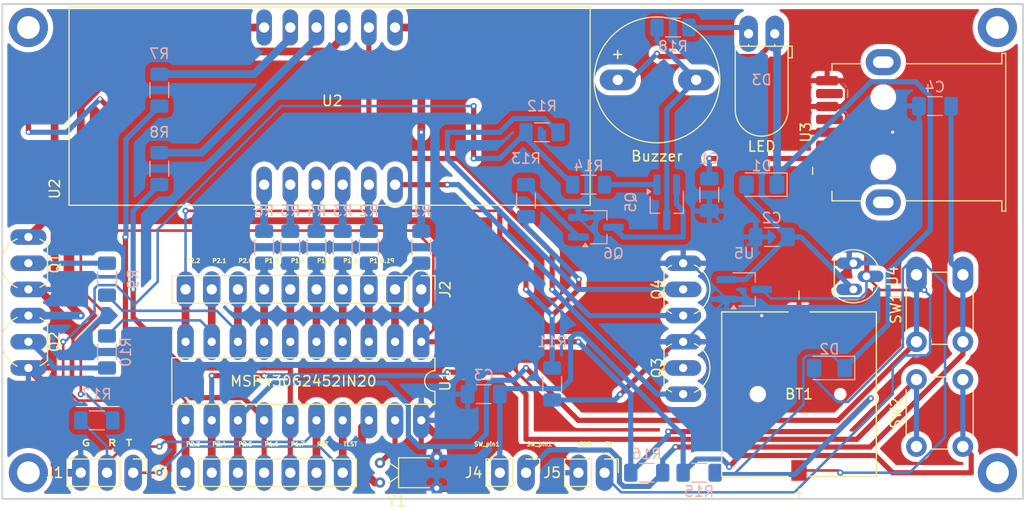
<source format=kicad_pcb>
(kicad_pcb (version 20240108) (generator "pcbnew") (generator_version "8.0")
  (layers (0 "F.Cu" signal) (31 "B.Cu" signal) (34 "B.Paste" user) (35 "F.Paste" user) (36 "B.SilkS" user "B.Silkscreen") (37 "F.SilkS" user "F.Silkscreen") (38 "B.Mask" user) (39 "F.Mask" user) (44 "Edge.Cuts" user))
  (net 0 "")
  (net 1 "Net-(BZ1--)")
  (net 2 "VCC")
  (net 3 "/5V")
  (net 4 "Net-(D1-A)")
  (net 5 "/SW_pin1")
  (net 6 "/SW_pin")
  (net 7 "Net-(D2-A)")
  (net 8 "Net-(D3-K)")
  (net 9 "/RST")
  (net 10 "/TEST")
  (net 11 "/P2.0")
  (net 12 "/P2.1")
  (net 13 "/P1.4")
  (net 14 "/P1.2")
  (net 15 "/P1.1")
  (net 16 "/P1.0")
  (net 17 "/P1.5")
  (net 18 "/P2.2")
  (net 19 "/P1.3")
  (net 20 "/P2.3")
  (net 21 "/P2.7")
  (net 22 "/P2.4")
  (net 23 "/P2.6")
  (net 24 "Net-(Q1-B)")
  (net 25 "Net-(Q1-C)")
  (net 26 "Net-(Q2-C)")
  (net 27 "Net-(Q2-B)")
  (net 28 "Net-(Q3-B)")
  (net 29 "Net-(Q3-C)")
  (net 30 "Net-(Q4-C)")
  (net 31 "Net-(Q4-B)")
  (net 32 "Net-(U2-b)")
  (net 33 "Net-(U2-g)")
  (net 34 "Net-(U2-c)")
  (net 35 "Net-(U2-DPX)")
  (net 36 "Net-(U2-d)")
  (net 37 "Net-(U2-e)")
  (net 38 "Net-(U2-a)")
  (net 39 "/P1.6")
  (net 40 "Net-(U2-f)")
  (net 41 "/P1.7")
  (net 43 "GND")
  (net 44 "/P2.5")
  (net 45 "Net-(Q5-B)")
  (net 46 "Net-(Q5-E)")
  (net 47 "Net-(Q6-B)")
  (footprint "Connector_PinHeader_2.54mm:PinHeader_1x03_P2.54mm_Vertical" (layer "F.Cu") (at 91.44 73.66 -90)
    (property "Reference" "J1")
    (property "Value" "Conn_01x03_Socket" (hide yes))
  )
  (footprint "MountingHole:MountingHole_2.2mm_M2_DIN965_Pad" (layer "F.Cu") (at 175.26 30.48)
    (property "Reference" "H2" (hide yes))
    (property "Value" "MountingHole_Pad" (hide yes))
  )
  (footprint "Display_7Segment:CA56-12EWA" (layer "F.Cu") (at 104.14 45.72 90)
    (property "Reference" "U2")
    (property "Value" "CA56-12EWA")
  )
  (footprint "1072:BAT_1072" (layer "F.Cu") (at 156.02 66.04 90)
    (property "Reference" "BT1")
    (property "Value" "1072")
  )
  (footprint "Package_TO_SOT_THT:TO-92L_HandSolder" (layer "F.Cu") (at 161.29 53.34 -90)
    (property "Reference" "U4")
    (property "Value" "MCP1700x-120xxTO" (hide yes))
  )
  (footprint "LED_THT:LED_D5.0mm_Horizontal_O1.27mm_Z3.0mm_Clear" (layer "F.Cu") (at 151.125 31.085)
    (property "Reference" "D3")
    (property "Value" "LED")
  )
  (footprint "Package_DIP:DIP-20_W7.62mm_LongPads" (layer "F.Cu") (at 119.38 60.96 -90)
    (property "Reference" "U1")
    (property "Value" "MSP430G2452IN20")
  )
  (footprint "Connector_PinHeader_2.54mm:PinHeader_1x10_P2.54mm_Vertical" (layer "F.Cu") (at 119.38 55.88 -90)
    (property "Reference" "J2")
    (property "Value" "Conn_01x10_Socket")
  )
  (footprint "MountingHole:MountingHole_2.2mm_M2_DIN965_Pad" (layer "F.Cu") (at 175.26 73.66)
    (property "Reference" "H3" (hide yes))
    (property "Value" "MountingHole_Pad" (hide yes))
  )
  (footprint "Package_TO_SOT_THT:TO-92_Inline_Wide" (layer "F.Cu") (at 81.28 63.5 90)
    (property "Reference" "Q2")
    (property "Value" "2N3904")
  )
  (footprint "Package_TO_SOT_THT:TO-92_Inline_Wide" (layer "F.Cu") (at 144.78 60.96 -90)
    (property "Reference" "Q3")
    (property "Value" "2N3904")
  )
  (footprint "Buzzer_Beeper:Buzzer_12x9.5RM7.6" (layer "F.Cu") (at 138.44 35.56)
    (property "Reference" "BZ1")
    (property "Value" "Buzzer")
  )
  (footprint "Connector_PinHeader_2.54mm:PinHeader_1x07_P2.54mm_Vertical" (layer "F.Cu") (at 96.52 73.66 90)
    (property "Reference" "J3")
    (property "Value" "Conn_01x07_Socket")
  )
  (footprint "Package_TO_SOT_THT:TO-92_Inline_Wide" (layer "F.Cu") (at 81.28 55.88 90)
    (property "Reference" "Q1")
    (property "Value" "2N3904")
  )
  (footprint "Crystal:Crystal_DS26_D2.0mm_L6.0mm_Horizontal_1EP_style2" (layer "F.Cu") (at 115.38 74.61 90)
    (property "Reference" "Y1")
    (property "Value" "Crystal_GND3")
  )
  (footprint "Package_TO_SOT_THT:TO-92_Inline_Wide" (layer "F.Cu") (at 144.78 53.34 -90)
    (property "Reference" "Q4")
    (property "Value" "2N3904")
  )
  (footprint "Button_Switch_THT:SW_PUSH_6mm_H4.3mm" (layer "F.Cu") (at 167.41 71.12 90)
    (property "Reference" "SW2")
    (property "Value" "SW_Push")
  )
  (footprint "MountingHole:MountingHole_2.2mm_M2_DIN965_Pad" (layer "F.Cu") (at 81.28 30.48)
    (property "Reference" "H1" (hide yes))
    (property "Value" "MountingHole_Pad" (hide yes))
  )
  (footprint "Button_Switch_THT:SW_PUSH_6mm_H4.3mm" (layer "F.Cu") (at 167.41 60.96 90)
    (property "Reference" "SW1")
    (property "Value" "SW_Push")
  )
  (footprint "Connector_PinHeader_2.54mm:PinHeader_1x02_P2.54mm_Vertical" (layer "F.Cu") (at 137.16 73.66 -90)
    (property "Reference" "J5")
    (property "Value" "Conn_01x02_Socket" (hide yes))
  )
  (footprint "Connector_PinHeader_2.54mm:PinHeader_1x02_P2.54mm_Vertical" (layer "F.Cu") (at 129.54 73.66 -90)
    (property "Reference" "J4")
    (property "Value" "Conn_01x02_Socket" (hide yes))
  )
  (footprint "Connector_USB:USB3_A_Receptacle_Wuerth_692122030100" (layer "F.Cu") (at 167.64 40.64 90)
    (property "Reference" "U3")
    (property "Value" "548190519")
  )
  (footprint "MountingHole:MountingHole_2.2mm_M2_DIN965_Pad" (layer "F.Cu") (at 81.28 73.66)
    (property "Reference" "H4" (hide yes))
    (property "Value" "MountingHole_Pad" (hide yes))
  )
  (footprint "Resistor_SMD:R_1206_3216Metric_Pad1.30x1.75mm_HandSolder" (layer "B.Cu") (at 132.08 65.05 -90)
    (property "Reference" "R11")
    (property "Value" "2.2k")
  )
  (footprint "Package_TO_SOT_SMD:SOT-23W_Handsoldering" (layer "B.Cu") (at 150.7 55.88)
    (property "Reference" "U5")
    (property "Value" "MCP1700x-120xxTT" (hide yes))
  )
  (footprint "Resistor_SMD:R_1206_3216Metric_Pad1.30x1.75mm_HandSolder" (layer "B.Cu") (at 131.09 40.64)
    (property "Reference" "R12")
    (property "Value" "2.2k")
  )
  (footprint "Capacitor_SMD:C_1206_3216Metric_Pad1.33x1.80mm_HandSolder" (layer "B.Cu") (at 147.32 46.6975 -90)
    (property "Reference" "C1")
    (property "Value" "1uF")
  )
  (footprint "Resistor_SMD:R_1206_3216Metric_Pad1.30x1.75mm_HandSolder" (layer "B.Cu") (at 87.91 68.58)
    (property "Reference" "R17")
    (property "Value" "51k")
  )
  (footprint "Resistor_SMD:R_1206_3216Metric_Pad1.30x1.75mm_HandSolder" (layer "B.Cu") (at 129.54 47.27 -90)
    (property "Reference" "R13")
    (property "Value" "2.2k")
  )
  (footprint "Resistor_SMD:R_1206_3216Metric_Pad1.30x1.75mm_HandSolder" (layer "B.Cu") (at 111.76 51.79 90)
    (property "Reference" "R3")
    (property "Value" "300")
  )
  (footprint "Resistor_SMD:R_1206_3216Metric_Pad1.30x1.75mm_HandSolder" (layer "B.Cu") (at 109.22 51.79 90)
    (property "Reference" "R4")
    (property "Value" "300")
  )
  (footprint "Resistor_SMD:R_1206_3216Metric_Pad1.30x1.75mm_HandSolder" (layer "B.Cu") (at 88.9 54.89 -90)
    (property "Reference" "R9")
    (property "Value" "2.2k")
  )
  (footprint "Resistor_SMD:R_1206_3216Metric_Pad1.30x1.75mm_HandSolder" (layer "B.Cu") (at 135.61 45.72 180)
    (property "Reference" "R14")
    (property "Value" "2.2k")
  )
  (footprint "Resistor_SMD:R_1206_3216Metric_Pad1.30x1.75mm_HandSolder" (layer "B.Cu") (at 88.9 61.95 90)
    (property "Reference" "R10")
    (property "Value" "2.2k")
  )
  (footprint "Resistor_SMD:R_1206_3216Metric_Pad1.30x1.75mm_HandSolder" (layer "B.Cu") (at 141.25 73.66 180)
    (property "Reference" "R16")
    (property "Value" "33k")
  )
  (footprint "Resistor_SMD:R_1206_3216Metric_Pad1.30x1.75mm_HandSolder" (layer "B.Cu") (at 146.33 73.66)
    (property "Reference" "R15")
    (property "Value" "33k")
  )
  (footprint "Resistor_SMD:R_1206_3216Metric_Pad1.30x1.75mm_HandSolder" (layer "B.Cu") (at 114.3 51.79 90)
    (property "Reference" "R2")
    (property "Value" "300")
  )
  (footprint "Diode_SMD:D_1206_3216Metric_Pad1.42x1.75mm_HandSolder" (layer "B.Cu") (at 158.9675 63.5 180)
    (property "Reference" "D2")
    (property "Value" "D_Small")
  )
  (footprint "Resistor_SMD:R_1206_3216Metric_Pad1.30x1.75mm_HandSolder" (layer "B.Cu") (at 106.68 51.79 90)
    (property "Reference" "R5")
    (property "Value" "300")
  )
  (footprint "Resistor_SMD:R_1206_3216Metric_Pad1.30x1.75mm_HandSolder" (layer "B.Cu") (at 93.98 36.55 90)
    (property "Reference" "R7")
    (property "Value" "300")
  )
  (footprint "Capacitor_SMD:C_1206_3216Metric_Pad1.33x1.80mm_HandSolder" (layer "B.Cu") (at 153.3775 50.8 180)
    (property "Reference" "C2")
    (property "Value" "1uF")
  )
  (footprint "Resistor_SMD:R_1206_3216Metric_Pad1.30x1.75mm_HandSolder" (layer "B.Cu") (at 119.38 51.79 90)
    (property "Reference" "R1")
    (property "Value" "300")
  )
  (footprint "Package_TO_SOT_SMD:SOT-23W_Handsoldering" (layer "B.Cu") (at 143.19 47.42 -90)
    (property "Reference" "Q5")
    (property "Value" "MMBT3904")
  )
  (footprint "Resistor_SMD:R_1206_3216Metric_Pad1.30x1.75mm_HandSolder" (layer "B.Cu") (at 143.79 30.48)
    (property "Reference" "R18")
    (property "Value" "1K")
  )
  (footprint "Resistor_SMD:R_1206_3216Metric_Pad1.30x1.75mm_HandSolder" (layer "B.Cu") (at 93.98 44.17 90)
    (property "Reference" "R8")
    (property "Value" "300")
  )
  (footprint "Capacitor_SMD:C_1206_3216Metric_Pad1.33x1.80mm_HandSolder" (layer "B.Cu") (at 169.2025 38.1 180)
    (property "Reference" "C4")
    (property "Value" "470nF")
  )
  (footprint "Resistor_SMD:R_1206_3216Metric_Pad1.30x1.75mm_HandSolder" (layer "B.Cu") (at 104.14 51.79 90)
    (property "Reference" "R6")
    (property "Value" "300")
  )
  (footprint "Diode_SMD:D_1206_3216Metric_Pad1.42x1.75mm_HandSolder" (layer "B.Cu") (at 152.4 45.72 180)
    (property "Reference" "D1")
    (property "Value" "D_Small")
  )
  (footprint "Package_TO_SOT_SMD:SOT-23W_Handsoldering" (layer "B.Cu") (at 136.32 49.85)
    (property "Reference" "Q6")
    (property "Value" "MMBT3904")
  )
  (footprint "Capacitor_SMD:C_1206_3216Metric_Pad1.33x1.80mm_HandSolder" (layer "B.Cu") (at 125.4375 66.04 180)
    (property "Reference" "C3")
    (property "Value" "470nF")
  )
  (gr_rect (start 78.74 28.2) (end 177.74 76.2) (stroke (width 0.2)) (fill none) (layer "Edge.Cuts"))
  (gr_text "P1.5" (at 104.14 53.34 0) (layer "F.SilkS") (effects (font (size 0.4 0.4) (thickness 0.1) (bold yes)) (justify left bottom)))
  (gr_text "TEST" (at 111.76 71.12 0) (layer "F.SilkS") (effects (font (size 0.4 0.4) (thickness 0.1) (bold yes)) (justify left bottom)))
  (gr_text "P1.6" (at 104.14 71.12 0) (layer "F.SilkS") (effects (font (size 0.4 0.4) (thickness 0.1) (bold yes)) (justify left bottom)))
  (gr_text "P2.1" (at 99.06 53.34 0) (layer "F.SilkS") (effects (font (size 0.4 0.4) (thickness 0.1) (bold yes)) (justify left bottom)))
  (gr_text "P1.1" (at 114.3 53.34 0) (layer "F.SilkS") (effects (font (size 0.4 0.4) (thickness 0.1) (bold yes)) (justify left bottom)))
  (gr_text "P1.0" (at 116.84 53.34 0) (layer "F.SilkS") (effects (font (size 0.4 0.4) (thickness 0.1) (bold yes)) (justify left bottom mirror)))
  (gr_text "GND" (at 134.62 71.12 0) (layer "F.SilkS") (effects (font (size 0.4 0.4) (thickness 0.1) (bold yes)) (justify left bottom)))
  (gr_text "P2.4" (at 99.06 71.12 0) (layer "F.SilkS") (effects (font (size 0.4 0.4) (thickness 0.1) (bold yes)) (justify left bottom)))
  (gr_text "R" (at 88.9 71.12 0) (layer "F.SilkS") (effects (font (size 0.6 0.8) (thickness 0.15) (bold yes)) (justify left bottom)))
  (gr_text "P2.5" (at 101.6 73.66 0) (layer "F.SilkS") (effects (font (size 0.4 0.04) (thickness 0.01) (bold yes)) (justify left bottom)))
  (gr_text "P2.5" (at 101.6 71.12 0) (layer "F.SilkS") (effects (font (size 0.4 0.4) (thickness 0.1) (bold yes)) (justify left bottom)))
  (gr_text "P1.3" (at 109.22 53.34 0) (layer "F.SilkS") (effects (font (size 0.4 0.4) (thickness 0.1) (bold yes)) (justify left bottom)))
  (gr_text "P1.7" (at 106.68 71.12 0) (layer "F.SilkS") (effects (font (size 0.4 0.4) (thickness 0.1) (bold yes)) (justify left bottom)))
  (gr_text "T" (at 91.44 71.12 0) (layer "F.SilkS") (effects (font (size 0.6 0.8) (thickness 0.15) (bold yes)) (justify left bottom mirror)))
  (gr_text "G" (at 86.36 71.12 0) (layer "F.SilkS") (effects (font (size 0.6 0.8) (thickness 0.15) (bold yes)) (justify left bottom)))
  (gr_text "P2.0" (at 101.6 53.34 0) (layer "F.SilkS") (effects (font (size 0.4 0.4) (thickness 0.1) (bold yes)) (justify left bottom)))
  (gr_text "P1.2" (at 111.76 53.34 0) (layer "F.SilkS") (effects (font (size 0.4 0.4) (thickness 0.1) (bold yes)) (justify left bottom)))
  (gr_text "P2.3" (at 96.52 71.12 0) (layer "F.SilkS") (effects (font (size 0.4 0.4) (thickness 0.1) (bold yes)) (justify left bottom)))
  (gr_text "P2.2" (at 96.52 53.34 0) (layer "F.SilkS") (effects (font (size 0.4 0.4) (thickness 0.1) (bold yes)) (justify left bottom)))
  (gr_text "P1.4" (at 106.68 53.34 0) (layer "F.SilkS") (effects (font (size 0.4 0.4) (thickness 0.1) (bold yes)) (justify left bottom)))
  (gr_text "5V" (at 137.16 71.12 0) (layer "F.SilkS") (effects (font (size 0.4 0.4) (thickness 0.1) (bold yes)) (justify left bottom)))
  (gr_text "SW_pin1" (at 124.46 71.12 0) (layer "F.SilkS") (effects (font (size 0.4 0.4) (thickness 0.1) (bold yes)) (justify left bottom)))
  (gr_text "RST" (at 109.22 71.12 0) (layer "F.SilkS") (effects (font (size 0.4 0.4) (thickness 0.1) (bold yes)) (justify left bottom)))
  (gr_text "SW_pin1" (at 129.54 71.12 0) (layer "F.SilkS") (effects (font (size 0.4 0.4) (thickness 0.1) (bold yes)) (justify left bottom)))
  (segment (start 91.44 38.1) (end 88.9 38.1) (width 0.5) (layer "F.Cu") (net 0))
  (segment (start 81.28 40.64) (end 81.28 38.1) (width 0.5) (layer "F.Cu") (net 0))
  (segment (start 88.9 38.1) (end 88.213363 37.413363) (width 0.5) (layer "F.Cu") (net 0))
  (via (at 81.28 40.64) (size 0.5) (drill 0.3) (layers "F.Cu" "B.Cu") (net 0))
  (via (at 88.213363 37.413363) (size 0.5) (drill 0.3) (layers "F.Cu" "B.Cu") (net 0))
  (segment (start 84.986726 40.64) (end 81.28 40.64) (width 0.5) (layer "B.Cu") (net 0))
  (segment (start 88.213363 37.413363) (end 84.986726 40.64) (width 0.5) (layer "B.Cu") (net 0))
  (segment (start 143.19 38.41) (end 146.04 35.56) (width 0.5) (layer "B.Cu") (net 1))
  (segment (start 143.19 49.12) (end 143.19 38.41) (width 0.5) (layer "B.Cu") (net 1))
  (segment (start 146.04 35.56) (end 142.24 31.76) (width 0.5) (layer "B.Cu") (net 1))
  (segment (start 142.24 31.76) (end 142.24 30.48) (width 0.5) (layer "B.Cu") (net 1))
  (segment (start 86.36 50.8) (end 86.985 50.175) (width 0.25) (layer "F.Cu") (net 2))
  (segment (start 142.24 33.02) (end 142.505 33.285) (width 0.5) (layer "F.Cu") (net 2))
  (segment (start 119.38 55.88) (end 119.38 60.96) (width 0.5) (layer "F.Cu") (net 2))
  (segment (start 162.904619 66.455331) (end 162.975331 66.455331) (width 0.5) (layer "F.Cu") (net 2))
  (segment (start 86.36 60.96) (end 88.9 58.42) (width 0.25) (layer "F.Cu") (net 2))
  (segment (start 118.755 50.175) (end 120.555 51.975) (width 0.25) (layer "F.Cu") (net 2))
  (segment (start 86.985 50.175) (end 118.755 50.175) (width 0.25) (layer "F.Cu") (net 2))
  (segment (start 120.555 51.975) (end 120.555 59.785) (width 0.25) (layer "F.Cu") (net 2))
  (segment (start 142.505 33.285) (end 152.135 33.285) (width 0.5) (layer "F.Cu") (net 2))
  (segment (start 86.36 55.88) (end 86.36 50.8) (width 0.25) (layer "F.Cu") (net 2))
  (segment (start 143.330002 69.67) (end 159.68995 69.67) (width 0.5) (layer "F.Cu") (net 2))
  (segment (start 120.555 59.785) (end 119.38 60.96) (width 0.25) (layer "F.Cu") (net 2))
  (segment (start 134.62 60.96) (end 119.38 60.96) (width 0.5) (layer "F.Cu") (net 2))
  (segment (start 153.665 31.755) (end 153.665 31.085) (width 0.5) (layer "F.Cu") (net 2))
  (segment (start 159.68995 69.67) (end 162.904619 66.455331) (width 0.5) (layer "F.Cu") (net 2))
  (segment (start 86.36 66.04) (end 86.36 60.96) (width 0.25) (layer "F.Cu") (net 2))
  (segment (start 152.135 33.285) (end 153.665 31.755) (width 0.5) (layer "F.Cu") (net 2))
  (segment (start 88.9 58.42) (end 86.36 55.88) (width 0.25) (layer "F.Cu") (net 2))
  (via (at 134.62 60.96) (size 0.6) (drill 0.3) (layers "F.Cu" "B.Cu") (net 2))
  (via (at 86.36 66.04) (size 0.6) (drill 0.3) (layers "F.Cu" "B.Cu") (net 2))
  (via (at 162.975331 66.455331) (size 0.6) (drill 0.3) (layers "F.Cu" "B.Cu") (net 2))
  (via (at 142.24 33.02) (size 0.6) (drill 0.3) (layers "F.Cu" "B.Cu") (net 2))
  (via (at 143.330002 69.67) (size 0.6) (drill 0.3) (layers "F.Cu" "B.Cu") (net 2))
  (segment (start 153.665 45.4975) (end 153.8875 45.72) (width 0.5) (layer "B.Cu") (net 2))
  (segment (start 160.455 63.5) (end 159.255 62.3) (width 0.25) (layer "B.Cu") (net 2))
  (segment (start 149.81 73.71) (end 147.93 73.71) (width 0.25) (layer "B.Cu") (net 2))
  (segment (start 164.66 54.195786) (end 164.66 59.295) (width 0.5) (layer "B.Cu") (net 2))
  (segment (start 155.595662 73.835) (end 148.055 73.835) (width 0.5) (layer "B.Cu") (net 2))
  (segment (start 139.7 35.56) (end 142.24 33.02) (width 0.5) (layer "B.Cu") (net 2))
  (segment (start 162.992501 35.74) (end 167.339378 35.74) (width 0.5) (layer "B.Cu") (net 2))
  (segment (start 147.93 73.71) (end 147.88 73.66) (width 0.25) (layer "B.Cu") (net 2))
  (segment (start 143.330002 70.029998) (end 143.330002 69.67) (width 0.5) (layer "B.Cu") (net 2))
  (segment (start 153.8875 45.72) (end 153.8875 44.845001) (width 0.5) (layer "B.Cu") (net 2))
  (segment (start 138.44 35.56) (end 139.7 35.56) (width 0.5) (layer "B.Cu") (net 2))
  (segment (start 153.8875 31.3075) (end 153.665 31.085) (width 0.75) (layer "B.Cu") (net 2))
  (segment (start 139.7 73.66) (end 143.330002 70.029998) (width 0.5) (layer "B.Cu") (net 2))
  (segment (start 139.7 73.66) (end 139.7 66.04) (width 0.5) (layer "B.Cu") (net 2))
  (segment (start 156.7724 62.3) (end 156.4425 62.6299) (width 0.25) (layer "B.Cu") (net 2))
  (segment (start 164.66 59.295) (end 160.455 63.5) (width 0.5) (layer "B.Cu") (net 2))
  (segment (start 89.46 68.58) (end 86.92 66.04) (width 0.25) (layer "B.Cu") (net 2))
  (segment (start 168.7525 50.103286) (end 164.66 54.195786) (width 0.5) (layer "B.Cu") (net 2))
  (segment (start 86.92 66.04) (end 86.36 66.04) (width 0.25) (layer "B.Cu") (net 2))
  (segment (start 168.7525 37.153122) (end 168.7525 50.103286) (width 0.5) (layer "B.Cu") (net 2))
  (segment (start 162.975331 66.455331) (end 155.595662 73.835) (width 0.5) (layer "B.Cu") (net 2))
  (segment (start 148.055 73.835) (end 147.88 73.66) (width 0.5) (layer "B.Cu") (net 2))
  (segment (start 139.7 66.04) (end 134.62 60.96) (width 0.5) (layer "B.Cu") (net 2))
  (segment (start 159.255 62.3) (end 156.7724 62.3) (width 0.25) (layer "B.Cu") (net 2))
  (segment (start 167.339378 35.74) (end 168.7525 37.153122) (width 0.5) (layer "B.Cu") (net 2))
  (segment (start 153.8875 44.845001) (end 162.992501 35.74) (width 0.5) (layer "B.Cu") (net 2))
  (segment (start 156.4425 62.6299) (end 156.4425 67.0775) (width 0.25) (layer "B.Cu") (net 2))
  (segment (start 153.8875 45.72) (end 153.8875 31.3075) (width 0.75) (layer "B.Cu") (net 2))
  (segment (start 156.4425 67.0775) (end 149.81 73.71) (width 0.25) (layer "B.Cu") (net 2))
  (segment (start 163.890705 55.940705) (end 162.56 54.61) (width 0.25) (layer "F.Cu") (net 3))
  (segment (start 158.97 44.39) (end 157.67 44.39) (width 0.5) (layer "F.Cu") (net 3))
  (segment (start 157.22 43.650828) (end 157.959172 44.39) (width 0.5) (layer "F.Cu") (net 3))
  (segment (start 157.67 44.39) (end 157.22 44.84) (width 0.5) (layer "F.Cu") (net 3))
  (segment (start 157.959172 44.39) (end 158.97 44.39) (width 0.5) (layer "F.Cu") (net 3))
  (segment (start 157.22 44.84) (end 157.22 46.150828) (width 0.5) (layer "F.Cu") (net 3))
  (segment (start 147.32 43.18) (end 157.22 43.18) (width 0.5) (layer "F.Cu") (net 3))
  (segment (start 162.59 54.58) (end 162.56 54.61) (width 0.5) (layer "F.Cu") (net 3))
  (segment (start 157.22 43.18) (end 157.22 43.650828) (width 0.5) (layer "F.Cu") (net 3))
  (segment (start 168.16 55.940705) (end 163.890705 55.940705) (width 0.25) (layer "F.Cu") (net 3))
  (segment (start 162.59 51.520828) (end 162.59 54.58) (width 0.5) (layer "F.Cu") (net 3))
  (segment (start 157.22 46.150828) (end 162.59 51.520828) (width 0.5) (layer "F.Cu") (net 3))
  (via (at 147.32 43.18) (size 0.6) (drill 0.3) (layers "F.Cu" "B.Cu") (net 3))
  (via (at 168.16 55.940705) (size 0.6) (drill 0.3) (layers "F.Cu" "B.Cu") (net 3))
  (segment (start 137.16 73.955051) (end 138.764949 75.56) (width 0.25) (layer "B.Cu") (net 3))
  (segment (start 161.952437 56.755) (end 153.275 56.755) (width 0.25) (layer "B.Cu") (net 3))
  (segment (start 166.315 62.285) (end 168.405 62.285) (width 0.25) (layer "B.Cu") (net 3))
  (segment (start 168.735 61.955) (end 168.735 56.515705) (width 0.25) (layer "B.Cu") (net 3))
  (segment (start 153.275 56.755) (end 152.4 55.88) (width 0.25) (layer "B.Cu") (net 3))
  (segment (start 162.56 56.147437) (end 161.952437 56.755) (width 0.25) (layer "B.Cu") (net 3))
  (segment (start 165.1 63.5) (end 166.315 62.285) (width 0.25) (layer "B.Cu") (net 3))
  (segment (start 162.56 54.61) (end 162.56 56.147437) (width 0.25) (layer "B.Cu") (net 3))
  (segment (start 168.735 56.515705) (end 168.16 55.940705) (width 0.25) (layer "B.Cu") (net 3))
  (segment (start 147.32 45.135) (end 147.32 43.18) (width 0.5) (layer "B.Cu") (net 3))
  (segment (start 165.1 66.04) (end 165.1 63.5) (width 0.25) (layer "B.Cu") (net 3))
  (segment (start 137.16 73.66) (end 137.16 73.955051) (width 0.25) (layer "B.Cu") (net 3))
  (segment (start 168.405 62.285) (end 168.735 61.955) (width 0.25) (layer "B.Cu") (net 3))
  (segment (start 155.58 75.56) (end 165.1 66.04) (width 0.25) (layer "B.Cu") (net 3))
  (segment (start 138.764949 75.56) (end 155.58 75.56) (width 0.25) (layer "B.Cu") (net 3))
  (segment (start 150.9125 45.72) (end 150.9125 46.7725) (width 0.5) (layer "B.Cu") (net 4))
  (segment (start 156.21 50.8) (end 161.29 55.88) (width 0.5) (layer "B.Cu") (net 4))
  (segment (start 154.94 50.8) (end 150.81 54.93) (width 0.5) (layer "B.Cu") (net 4))
  (segment (start 154.94 50.8) (end 156.21 50.8) (width 0.5) (layer "B.Cu") (net 4))
  (segment (start 150.9125 46.7725) (end 154.94 50.8) (width 0.5) (layer "B.Cu") (net 4))
  (segment (start 150.81 54.93) (end 149 54.93) (width 0.5) (layer "B.Cu") (net 4))
  (segment (start 172.72 73.66) (end 172.72 71.93) (width 0.5) (layer "F.Cu") (net 5))
  (segment (start 150.33 71.99) (end 163.43 71.99) (width 0.5) (layer "F.Cu") (net 5))
  (segment (start 149.235 73.085) (end 150.33 71.99) (width 0.5) (layer "F.Cu") (net 5))
  (segment (start 163.43 71.99) (end 165.1 73.66) (width 0.5) (layer "F.Cu") (net 5))
  (segment (start 172.72 71.93) (end 171.91 71.12) (width 0.5) (layer "F.Cu") (net 5))
  (segment (start 165.1 73.66) (end 172.72 73.66) (width 0.5) (layer "F.Cu") (net 5))
  (via (at 149.235 73.085) (size 0.6) (drill 0.3) (layers "F.Cu" "B.Cu") (net 5))
  (segment (start 144.78 73.66) (end 146.105 72.335) (width 0.5) (layer "B.Cu") (net 5))
  (segment (start 134.309339 60.21) (end 134.930661 60.21) (width 0.5) (layer "B.Cu") (net 5))
  (segment (start 146.105 72.335) (end 148.576878 72.335) (width 0.5) (layer "B.Cu") (net 5))
  (segment (start 148.576878 72.335) (end 149.235 72.993122) (width 0.5) (layer "B.Cu") (net 5))
  (segment (start 133.87 60.649339) (end 134.309339 60.21) (width 0.5) (layer "B.Cu") (net 5))
  (segment (start 171.91 71.12) (end 171.91 64.62) (width 0.5) (layer "B.Cu") (net 5))
  (segment (start 127.54 65.5) (end 133.001878 65.5) (width 0.5) (layer "B.Cu") (net 5))
  (segment (start 133.001878 65.5) (end 133.87 64.631878) (width 0.5) (layer "B.Cu") (net 5))
  (segment (start 149.235 72.993122) (end 149.235 73.085) (width 0.5) (layer "B.Cu") (net 5))
  (segment (start 127 66.04) (end 127 73.66) (width 0.5) (layer "B.Cu") (net 5))
  (segment (start 134.930661 60.21) (end 144.78 70.059339) (width 0.5) (layer "B.Cu") (net 5))
  (segment (start 144.78 70.059339) (end 144.78 73.66) (width 0.5) (layer "B.Cu") (net 5))
  (segment (start 127 66.04) (end 127.54 65.5) (width 0.5) (layer "B.Cu") (net 5))
  (segment (start 133.87 64.631878) (end 133.87 60.649339) (width 0.5) (layer "B.Cu") (net 5))
  (segment (start 171.91 62.17061) (end 171.91 60.96) (width 0.5) (layer "F.Cu") (net 6))
  (segment (start 162.91061 71.17) (end 171.91 62.17061) (width 0.5) (layer "F.Cu") (net 6))
  (segment (start 144.03 71.17) (end 162.91061 71.17) (width 0.5) (layer "F.Cu") (net 6))
  (via (at 144.03 71.17) (size 0.6) (drill 0.3) (layers "F.Cu" "B.Cu") (net 6))
  (segment (start 129.54 73.66) (end 131.74 71.46) (width 0.5) (layer "B.Cu") (net 6))
  (segment (start 142.8 72.4) (end 144.03 71.17) (width 0.5) (layer "B.Cu") (net 6))
  (segment (start 142.8 73.66) (end 142.8 72.4) (width 0.5) (layer "B.Cu") (net 6))
  (segment (start 139.003122 74.985) (end 141.475 74.985) (width 0.5) (layer "B.Cu") (net 6))
  (segment (start 137.698478 71.46) (end 138.6 72.361522) (width 0.5) (layer "B.Cu") (net 6))
  (segment (start 170.765 38.1) (end 170.765 53.315) (width 0.5) (layer "B.Cu") (net 6))
  (segment (start 170.765 53.315) (end 171.91 54.46) (width 0.5) (layer "B.Cu") (net 6))
  (segment (start 131.74 71.46) (end 137.698478 71.46) (width 0.5) (layer "B.Cu") (net 6))
  (segment (start 138.6 74.581878) (end 139.003122 74.985) (width 0.5) (layer "B.Cu") (net 6))
  (segment (start 141.475 74.985) (end 142.8 73.66) (width 0.5) (layer "B.Cu") (net 6))
  (segment (start 171.91 60.96) (end 171.91 54.46) (width 0.5) (layer "B.Cu") (net 6))
  (segment (start 138.6 72.361522) (end 138.6 74.581878) (width 0.5) (layer "B.Cu") (net 6))
  (segment (start 159.8 73.44) (end 156.02 73.44) (width 0.25) (layer "F.Cu") (net 7))
  (segment (start 160.02 73.66) (end 159.8 73.44) (width 0.25) (layer "F.Cu") (net 7))
  (via (at 160.02 73.66) (size 0.6) (drill 0.3) (layers "F.Cu" "B.Cu") (net 7))
  (segment (start 170.18 55.356167) (end 170.18 70.223833) (width 0.25) (layer "B.Cu") (net 7))
  (segment (start 160.768414 66.788414) (end 166.085 61.471828) (width 0.25) (layer "B.Cu") (net 7))
  (segment (start 166.861167 53.135) (end 167.958833 53.135) (width 0.25) (layer "B.Cu") (net 7))
  (segment (start 159.743109 66.788414) (end 160.768414 66.788414) (width 0.25) (layer "B.Cu") (net 7))
  (segment (start 166.085 53.911167) (end 166.861167 53.135) (width 0.25) (layer "B.Cu") (net 7))
  (segment (start 166.743833 73.66) (end 160.02 73.66) (width 0.25) (layer "B.Cu") (net 7))
  (segment (start 167.958833 53.135) (end 170.18 55.356167) (width 0.25) (layer "B.Cu") (net 7))
  (segment (start 170.18 70.223833) (end 166.743833 73.66) (width 0.25) (layer "B.Cu") (net 7))
  (segment (start 157.48 63.5) (end 157.48 64.525305) (width 0.25) (layer "B.Cu") (net 7))
  (segment (start 166.085 61.471828) (end 166.085 53.911167) (width 0.25) (layer "B.Cu") (net 7))
  (segment (start 157.48 64.525305) (end 159.743109 66.788414) (width 0.25) (layer "B.Cu") (net 7))
  (segment (start 150.52 30.48) (end 151.125 31.085) (width 0.5) (layer "B.Cu") (net 8))
  (segment (start 145.34 30.48) (end 150.52 30.48) (width 0.5) (layer "B.Cu") (net 8))
  (segment (start 90.54 71.12) (end 93.98 71.12) (width 0.25) (layer "F.Cu") (net 9))
  (segment (start 88.9 72.76) (end 90.54 71.12) (width 0.25) (layer "F.Cu") (net 9))
  (segment (start 88.9 73.66) (end 88.9 72.76) (width 0.25) (layer "F.Cu") (net 9))
  (segment (start 109.22 73.66) (end 109.22 68.58) (width 0.75) (layer "F.Cu") (net 9))
  (via (at 93.98 71.12) (size 0.6) (drill 0.3) (layers "F.Cu" "B.Cu") (net 9))
  (segment (start 109.22 69.53) (end 109.22 68.58) (width 0.25) (layer "B.Cu") (net 9))
  (segment (start 108.08 70.67) (end 109.22 69.53) (width 0.25) (layer "B.Cu") (net 9))
  (segment (start 88.9 73.66) (end 88.9 71.12) (width 0.25) (layer "B.Cu") (net 9))
  (segment (start 94.43 70.67) (end 108.08 70.67) (width 0.25) (layer "B.Cu") (net 9))
  (segment (start 88.9 71.12) (end 86.36 68.58) (width 0.25) (layer "B.Cu") (net 9))
  (segment (start 93.98 71.12) (end 94.43 70.67) (width 0.25) (layer "B.Cu") (net 9))
  (segment (start 91.44 73.66) (end 93.98 73.66) (width 0.25) (layer "F.Cu") (net 10))
  (segment (start 111.76 73.66) (end 111.76 68.58) (width 0.75) (layer "F.Cu") (net 10))
  (via (at 93.98 73.66) (size 0.6) (drill 0.3) (layers "F.Cu" "B.Cu") (net 10))
  (segment (start 109.52 71.12) (end 111.76 73.36) (width 0.25) (layer "B.Cu") (net 10))
  (segment (start 93.98 73.66) (end 93.98 73.638299) (width 0.25) (layer "B.Cu") (net 10))
  (segment (start 96.498299 71.12) (end 109.52 71.12) (width 0.25) (layer "B.Cu") (net 10))
  (segment (start 111.76 73.36) (end 111.76 73.66) (width 0.25) (layer "B.Cu") (net 10))
  (segment (start 93.98 73.638299) (end 96.498299 71.12) (width 0.25) (layer "B.Cu") (net 10))
  (segment (start 101.6 55.88) (end 101.6 60.96) (width 0.75) (layer "F.Cu") (net 11))
  (segment (start 99.545 57.955) (end 101.6 60.01) (width 0.25) (layer "B.Cu") (net 11))
  (segment (start 88.9 56.44) (end 90.415 57.955) (width 0.25) (layer "B.Cu") (net 11))
  (segment (start 90.415 57.955) (end 99.545 57.955) (width 0.25) (layer "B.Cu") (net 11))
  (segment (start 101.6 60.01) (end 101.6 60.96) (width 0.25) (layer "B.Cu") (net 11))
  (segment (start 99.06 55.88) (end 99.06 60.96) (width 0.75) (layer "F.Cu") (net 12))
  (segment (start 97.935 58.885) (end 99.06 60.01) (width 0.25) (layer "B.Cu") (net 12))
  (segment (start 90.415 58.885) (end 97.935 58.885) (width 0.25) (layer "B.Cu") (net 12))
  (segment (start 88.9 60.4) (end 90.415 58.885) (width 0.25) (layer "B.Cu") (net 12))
  (segment (start 99.06 60.01) (end 99.06 60.96) (width 0.25) (layer "B.Cu") (net 12))
  (segment (start 106.68 55.88) (end 106.68 60.96) (width 0.75) (layer "F.Cu") (net 13))
  (segment (start 106.68 53.555) (end 106.089746 53.555) (width 0.75) (layer "B.Cu") (net 13))
  (segment (start 106.68 53.34) (end 106.68 55.88) (width 0.75) (layer "B.Cu") (net 13))
  (segment (start 106.68 53.34) (end 106.68 53.555) (width 0.75) (layer "B.Cu") (net 13))
  (segment (start 111.76 55.88) (end 111.76 60.96) (width 0.75) (layer "F.Cu") (net 14))
  (segment (start 111.76 53.34) (end 111.76 55.88) (width 0.75) (layer "B.Cu") (net 14))
  (segment (start 114.3 55.88) (end 114.3 60.96) (width 0.75) (layer "F.Cu") (net 15))
  (segment (start 114.3 53.34) (end 114.3 55.88) (width 0.75) (layer "B.Cu") (net 15))
  (segment (start 116.84 55.88) (end 116.84 60.96) (width 0.75) (layer "F.Cu") (net 16))
  (segment (start 118.789746 53.555) (end 116.84 55.504746) (width 0.75) (layer "B.Cu") (net 16))
  (segment (start 119.165 53.555) (end 118.789746 53.555) (width 0.75) (layer "B.Cu") (net 16))
  (segment (start 116.84 55.504746) (end 116.84 55.88) (width 0.75) (layer "B.Cu") (net 16))
  (segment (start 119.38 53.34) (end 119.165 53.555) (width 0.75) (layer "B.Cu") (net 16))
  (segment (start 104.14 55.88) (end 104.14 60.96) (width 0.75) (layer "F.Cu") (net 17))
  (segment (start 104.14 53.34) (end 104.14 55.88) (width 0.75) (layer "B.Cu") (net 17))
  (segment (start 96.52 55.88) (end 96.52 60.96) (width 0.75) (layer "F.Cu") (net 18))
  (segment (start 129.54 55.88) (end 129.54 53.34) (width 0.5) (layer "F.Cu") (net 18))
  (segment (start 129.54 53.34) (end 127 50.8) (width 0.5) (layer "F.Cu") (net 18))
  (segment (start 127 48.26) (end 96.52 48.26) (width 0.25) (layer "F.Cu") (net 18))
  (segment (start 134.655356 54.896572) (end 134.655356 55.844644) (width 0.5) (layer "F.Cu") (net 18))
  (segment (start 127 50.8) (end 127 48.26) (width 0.5) (layer "F.Cu") (net 18))
  (segment (start 134.655356 55.844644) (end 132.08 58.42) (width 0.5) (layer "F.Cu") (net 18))
  (via (at 96.52 48.26) (size 0.6) (drill 0.3) (layers "F.Cu" "B.Cu") (net 18))
  (via (at 134.655356 54.896572) (size 0.6) (drill 0.3) (layers "F.Cu" "B.Cu") (net 18))
  (via (at 129.54 55.88) (size 0.6) (drill 0.3) (layers "F.Cu" "B.Cu") (net 18))
  (via (at 132.08 58.42) (size 0.6) (drill 0.3) (layers "F.Cu" "B.Cu") (net 18))
  (segment (start 96.52 48.26) (end 96.52 55.88) (width 0.25) (layer "B.Cu") (net 18))
  (segment (start 132.08 58.42) (end 132.08 63.5) (width 0.5) (layer "B.Cu") (net 18))
  (segment (start 129.54 48.82) (end 129.54 49.781216) (width 0.5) (layer "B.Cu") (net 18))
  (segment (start 129.54 49.781216) (end 134.655356 54.896572) (width 0.5) (layer "B.Cu") (net 18))
  (segment (start 132.08 58.42) (end 129.54 55.88) (width 0.5) (layer "B.Cu") (net 18))
  (segment (start 109.22 55.88) (end 109.22 60.96) (width 0.75) (layer "F.Cu") (net 19))
  (segment (start 109.22 53.34) (end 109.22 55.88) (width 0.75) (layer "B.Cu") (net 19))
  (segment (start 91.44 66.04) (end 95.884595 66.04) (width 0.25) (layer "F.Cu") (net 20))
  (segment (start 96.52 66.675405) (end 96.52 68.58) (width 0.25) (layer "F.Cu") (net 20))
  (segment (start 124.46 43.18) (end 124.46 38.1) (width 0.5) (layer "F.Cu") (net 20))
  (segment (start 90.815 66.665) (end 91.44 66.04) (width 0.25) (layer "F.Cu") (net 20))
  (segment (start 84.655 65.218884) (end 86.101116 66.665) (width 0.25) (layer "F.Cu") (net 20))
  (segment (start 96.52 73.66) (end 96.52 68.58) (width 0.75) (layer "F.Cu") (net 20))
  (segment (start 95.884595 66.04) (end 96.52 66.675405) (width 0.25) (layer "F.Cu") (net 20))
  (segment (start 84.655 60.96) (end 84.655 65.218884) (width 0.25) (layer "F.Cu") (net 20))
  (segment (start 86.101116 66.665) (end 90.815 66.665) (width 0.25) (layer "F.Cu") (net 20))
  (via (at 124.46 43.18) (size 0.6) (drill 0.3) (layers "F.Cu" "B.Cu") (net 20))
  (via (at 84.655 60.96) (size 0.6) (drill 0.3) (layers "F.Cu" "B.Cu") (net 20))
  (via (at 124.46 38.1) (size 0.6) (drill 0.3) (layers "F.Cu" "B.Cu") (net 20))
  (segment (start 91.44 57.1349) (end 89.7701 55.465) (width 0.25) (layer "B.Cu") (net 20))
  (segment (start 127 43.18) (end 124.46 43.18) (width 0.5) (layer "B.Cu") (net 20))
  (segment (start 103.956116 39.94) (end 105.796116 38.1) (width 0.25) (layer "B.Cu") (net 20))
  (segment (start 91.44 57.505) (end 91.44 57.1349) (width 0.25) (layer "B.Cu") (net 20))
  (segment (start 129.54 41.2) (end 129.54 40.64) (width 0.5) (layer "B.Cu") (net 20))
  (segment (start 87.7 58.069949) (end 84.809949 60.96) (width 0.25) (layer "B.Cu") (net 20))
  (segment (start 93.818172 50.077944) (end 93.818172 55.126828) (width 0.25) (layer "B.Cu") (net 20))
  (segment (start 87.7 55.7949) (end 87.7 58.069949) (width 0.25) (layer "B.Cu") (net 20))
  (segment (start 89.7701 55.465) (end 88.0299 55.465) (width 0.25) (layer "B.Cu") (net 20))
  (segment (start 129.54 40.64) (end 127 43.18) (width 0.5) (layer "B.Cu") (net 20))
  (segment (start 93.818172 55.126828) (end 91.44 57.505) (width 0.25) (layer "B.Cu") (net 20))
  (segment (start 103.956116 39.94) (end 93.818172 50.077944) (width 0.25) (layer "B.Cu") (net 20))
  (segment (start 134.06 45.72) (end 129.54 41.2) (width 0.5) (layer "B.Cu") (net 20))
  (segment (start 88.0299 55.465) (end 87.7 55.7949) (width 0.25) (layer "B.Cu") (net 20))
  (segment (start 84.809949 60.96) (end 84.655 60.96) (width 0.25) (layer "B.Cu") (net 20))
  (segment (start 105.796116 38.1) (end 124.46 38.1) (width 0.25) (layer "B.Cu") (net 20))
  (segment (start 113.63 69.25) (end 114.3 68.58) (width 0.75) (layer "F.Cu") (net 21))
  (segment (start 113.63 73.36) (end 113.63 69.25) (width 0.75) (layer "F.Cu") (net 21))
  (segment (start 114.88 74.61) (end 113.63 73.36) (width 0.75) (layer "F.Cu") (net 21))
  (segment (start 115.38 74.61) (end 114.88 74.61) (width 0.75) (layer "F.Cu") (net 21))
  (segment (start 114.3 67.165) (end 114.3 68.58) (width 0.25) (layer "F.Cu") (net 21))
  (segment (start 114.3 67.63) (end 114.3 68.58) (width 0.5) (layer "B.Cu") (net 21))
  (segment (start 129.54 70.42) (end 161.61 70.42) (width 0.5) (layer "F.Cu") (net 22))
  (segment (start 161.61 70.42) (end 167.41 64.62) (width 0.5) (layer "F.Cu") (net 22))
  (segment (start 127.41 63.91) (end 129.54 66.04) (width 0.5) (layer "F.Cu") (net 22))
  (segment (start 121.92 63.91) (end 127.41 63.91) (width 0.5) (layer "F.Cu") (net 22))
  (segment (start 99.06 64.25) (end 104.14 64.25) (width 0.5) (layer "F.Cu") (net 22))
  (segment (start 99.06 73.66) (end 99.06 68.58) (width 0.75) (layer "F.Cu") (net 22))
  (segment (start 129.54 66.04) (end 129.54 70.42) (width 0.5) (layer "F.Cu") (net 22))
  (via (at 104.14 64.25) (size 0.6) (drill 0.3) (layers "F.Cu" "B.Cu") (net 22))
  (via (at 99.06 64.25) (size 0.6) (drill 0.3) (layers "F.Cu" "B.Cu") (net 22))
  (via (at 121.92 63.91) (size 0.6) (drill 0.3) (layers "F.Cu" "B.Cu") (net 22))
  (segment (start 121.58 64.25) (end 121.92 63.91) (width 0.5) (layer "B.Cu") (net 22))
  (segment (start 104.14 64.25) (end 121.58 64.25) (width 0.5) (layer "B.Cu") (net 22))
  (segment (start 99.06 68.58) (end 99.06 64.25) (width 0.5) (layer "B.Cu") (net 22))
  (segment (start 167.41 71.12) (end 167.41 64.62) (width 0.5) (layer "B.Cu") (net 22))
  (segment (start 115.38 72.71) (end 116.84 71.25) (width 0.5) (layer "F.Cu") (net 23))
  (segment (start 116.84 71.25) (end 116.84 68.58) (width 0.5) (layer "F.Cu") (net 23))
  (segment (start 116.84 67.63) (end 116.84 68.58) (width 0.25) (layer "B.Cu") (net 23))
  (segment (start 88.9 53.34) (end 81.28 53.34) (width 0.5) (layer "B.Cu") (net 24))
  (segment (start 88.9 30.48) (end 104.14 30.48) (width 0.75) (layer "F.Cu") (net 25))
  (segment (start 83.82 48.26) (end 83.82 35.56) (width 0.75) (layer "F.Cu") (net 25))
  (segment (start 83.82 35.56) (end 88.9 30.48) (width 0.75) (layer "F.Cu") (net 25))
  (segment (start 81.28 50.8) (end 83.82 48.26) (width 0.75) (layer "F.Cu") (net 25))
  (segment (start 91.655 32.805) (end 86.36 38.1) (width 0.75) (layer "F.Cu") (net 26))
  (segment (start 111.76 31.48) (end 110.435 32.805) (width 0.75) (layer "F.Cu") (net 26))
  (segment (start 110.435 32.805) (end 91.655 32.805) (width 0.75) (layer "F.Cu") (net 26))
  (segment (start 83.82 49.603502) (end 83.82 55.88) (width 0.75) (layer "F.Cu") (net 26))
  (segment (start 83.82 55.88) (end 86.36 58.42) (width 0.75) (layer "F.Cu") (net 26))
  (segment (start 86.36 47.063502) (end 83.82 49.603502) (width 0.75) (layer "F.Cu") (net 26))
  (segment (start 111.76 30.48) (end 111.76 31.48) (width 0.75) (layer "F.Cu") (net 26))
  (segment (start 86.36 38.1) (end 86.36 47.063502) (width 0.75) (layer "F.Cu") (net 26))
  (via (at 86.36 58.42) (size 0.6) (drill 0.3) (layers "F.Cu" "B.Cu") (net 26))
  (segment (start 81.28 58.42) (end 86.36 58.42) (width 0.75) (layer "B.Cu") (net 26))
  (segment (start 83.48 63.002944) (end 81.437056 60.96) (width 0.5) (layer "B.Cu") (net 27))
  (segment (start 81.437056 60.96) (end 81.28 60.96) (width 0.5) (layer "B.Cu") (net 27))
  (segment (start 83.48 63.16) (end 83.48 63.002944) (width 0.5) (layer "B.Cu") (net 27))
  (segment (start 83.82 63.5) (end 83.48 63.16) (width 0.5) (layer "B.Cu") (net 27))
  (segment (start 88.9 63.5) (end 83.82 63.5) (width 0.5) (layer "B.Cu") (net 27))
  (segment (start 141.25005 63.5) (end 144.78 63.5) (width 0.5) (layer "F.Cu") (net 28))
  (segment (start 138.674694 66.075356) (end 141.25005 63.5) (width 0.5) (layer "F.Cu") (net 28))
  (via (at 138.674694 66.075356) (size 0.6) (drill 0.3) (layers "F.Cu" "B.Cu") (net 28))
  (segment (start 138.15005 66.6) (end 138.674694 66.075356) (width 0.5) (layer "B.Cu") (net 28))
  (segment (start 132.08 66.6) (end 138.15005 66.6) (width 0.5) (layer "B.Cu") (net 28))
  (segment (start 132.08 52.350051) (end 122.909949 43.18) (width 0.5) (layer "F.Cu") (net 29))
  (segment (start 114.3 43.18) (end 114.3 30.48) (width 0.5) (layer "F.Cu") (net 29))
  (segment (start 122.909949 43.18) (end 114.3 43.18) (width 0.5) (layer "F.Cu") (net 29))
  (segment (start 132.08 55.88) (end 132.08 52.350051) (width 0.5) (layer "F.Cu") (net 29))
  (via (at 132.08 55.88) (size 0.6) (drill 0.3) (layers "F.Cu" "B.Cu") (net 29))
  (segment (start 142.24 66.04) (end 132.08 55.88) (width 0.5) (layer "B.Cu") (net 29))
  (segment (start 144.78 66.04) (end 142.24 66.04) (width 0.5) (layer "B.Cu") (net 29))
  (segment (start 121.92 45.72) (end 116.84 45.72) (width 0.5) (layer "F.Cu") (net 30))
  (via (at 121.92 45.72) (size 0.6) (drill 0.3) (layers "F.Cu" "B.Cu") (net 30))
  (segment (start 122.980661 45.72) (end 121.92 45.72) (width 0.5) (layer "B.Cu") (net 30))
  (segment (start 135.680661 58.42) (end 122.980661 45.72) (width 0.5) (layer "B.Cu") (net 30))
  (segment (start 144.78 58.42) (end 135.680661 58.42) (width 0.5) (layer "B.Cu") (net 30))
  (segment (start 121.92 43.221878) (end 121.92 40.64) (width 0.5) (layer "B.Cu") (net 31))
  (segment (start 131.315 39.315) (end 132.64 40.64) (width 0.5) (layer "B.Cu") (net 31))
  (segment (start 134.578122 55.88) (end 121.92 43.221878) (width 0.5) (layer "B.Cu") (net 31))
  (segment (start 144.78 55.88) (end 134.578122 55.88) (width 0.5) (layer "B.Cu") (net 31))
  (segment (start 127 40.64) (end 128.325 39.315) (width 0.5) (layer "B.Cu") (net 31))
  (segment (start 128.325 39.315) (end 131.315 39.315) (width 0.5) (layer "B.Cu") (net 31))
  (segment (start 121.92 40.64) (end 127 40.64) (width 0.5) (layer "B.Cu") (net 31))
  (segment (start 119.38 30.48) (end 116.84 30.48) (width 0.75) (layer "F.Cu") (net 32))
  (segment (start 119.38 40.64) (end 119.38 30.48) (width 0.75) (layer "F.Cu") (net 32))
  (via (at 119.38 40.64) (size 0.6) (drill 0.3) (layers "F.Cu" "B.Cu") (net 32))
  (segment (start 119.38 50.24) (end 119.38 40.64) (width 0.75) (layer "B.Cu") (net 32))
  (segment (start 114.3 50.24) (end 114.3 45.72) (width 0.75) (layer "B.Cu") (net 33))
  (segment (start 111.76 50.24) (end 111.76 45.72) (width 0.75) (layer "B.Cu") (net 34))
  (segment (start 109.22 50.24) (end 109.22 45.72) (width 0.75) (layer "B.Cu") (net 35))
  (segment (start 106.68 50.24) (end 106.68 45.72) (width 0.75) (layer "B.Cu") (net 36))
  (segment (start 104.14 50.24) (end 104.14 45.72) (width 0.75) (layer "B.Cu") (net 37))
  (segment (start 106.68 31.48) (end 106.68 30.48) (width 0.75) (layer "B.Cu") (net 38))
  (segment (start 93.98 35) (end 103.16 35) (width 0.75) (layer "B.Cu") (net 38))
  (segment (start 103.16 35) (end 106.68 31.48) (width 0.75) (layer "B.Cu") (net 38))
  (segment (start 90.69 50.8) (end 90.69 60.032233) (width 0.5) (layer "F.Cu") (net 39))
  (segment (start 90.69 60.032233) (end 97.037767 66.38) (width 0.5) (layer "F.Cu") (net 39))
  (segment (start 104.14 73.66) (end 104.14 68.58) (width 0.5) (layer "F.Cu") (net 39))
  (segment (start 97.037767 66.38) (end 102.117767 66.38) (width 0.5) (layer "F.Cu") (net 39))
  (segment (start 102.117767 66.38) (end 104.14 68.402233) (width 0.5) (layer "F.Cu") (net 39))
  (segment (start 104.14 68.402233) (end 104.14 68.58) (width 0.5) (layer "F.Cu") (net 39))
  (via (at 90.69 50.8) (size 0.6) (drill 0.3) (layers "F.Cu" "B.Cu") (net 39))
  (segment (start 93.98 38.1) (end 90.74 41.34) (width 0.5) (layer "B.Cu") (net 39))
  (segment (start 90.74 50.75) (end 90.69 50.8) (width 0.5) (layer "B.Cu") (net 39))
  (segment (start 90.74 41.34) (end 90.74 50.75) (width 0.5) (layer "B.Cu") (net 39))
  (segment (start 104.14 73.66) (end 104.14 73.39106) (width 0.25) (layer "B.Cu") (net 39))
  (segment (start 93.98 42.62) (end 98.08 42.62) (width 0.75) (layer "B.Cu") (net 40))
  (segment (start 109.22 31.48) (end 109.22 30.48) (width 0.75) (layer "B.Cu") (net 40))
  (segment (start 98.08 42.62) (end 109.22 31.48) (width 0.75) (layer "B.Cu") (net 40))
  (segment (start 91.44 58.597767) (end 96.342233 63.5) (width 0.5) (layer "F.Cu") (net 41))
  (segment (start 106.68 63.5) (end 106.68 68.58) (width 0.5) (layer "F.Cu") (net 41))
  (segment (start 96.342233 63.5) (end 106.68 63.5) (width 0.5) (layer "F.Cu") (net 41))
  (segment (start 106.68 73.66) (end 106.68 68.58) (width 0.5) (layer "F.Cu") (net 41))
  (segment (start 91.44 55.88) (end 91.44 58.597767) (width 0.5) (layer "F.Cu") (net 41))
  (via (at 91.44 55.88) (size 0.6) (drill 0.3) (layers "F.Cu" "B.Cu") (net 41))
  (segment (start 93.98 45.72) (end 91.44 48.26) (width 0.5) (layer "B.Cu") (net 41))
  (segment (start 91.44 48.26) (end 91.44 55.88) (width 0.5) (layer "B.Cu") (net 41))
  (segment (start 83.82 66.04) (end 81.28 63.5) (width 0.75) (layer "F.Cu") (net 43))
  (segment (start 158.745 35.64) (end 159.82 35.64) (width 0.25) (layer "F.Cu") (net 43))
  (segment (start 83.78 57.38) (end 83.78 62) (width 0.75) (layer "F.Cu") (net 43))
  (segment (start 81.28 55.88) (end 82.28 55.88) (width 0.75) (layer "F.Cu") (net 43))
  (segment (start 152.4 58.42) (end 152.62 58.64) (width 0.25) (layer "F.Cu") (net 43))
  (segment (start 144.03 60.96) (end 144.78 60.96) (width 0.5) (layer "F.Cu") (net 43))
  (segment (start 160.595 40.065) (end 160.02 40.64) (width 0.25) (layer "F.Cu") (net 43))
  (segment (start 120.88 70.08) (end 119.38 68.58) (width 0.75) (layer "F.Cu") (net 43))
  (segment (start 158.745 38.14) (end 159.82 38.14) (width 0.25) (layer "F.Cu") (net 43))
  (segment (start 124.46 73.461522) (end 126.801522 71.12) (width 0.5) (layer "F.Cu") (net 43))
  (segment (start 159.98 38.14) (end 158.745 38.14) (width 0.25) (layer "F.Cu") (net 43))
  (segment (start 82.28 63.5) (end 81.28 63.5) (width 0.75) (layer "F.Cu") (net 43))
  (segment (start 122.96 75.16) (end 124.46 73.66) (width 0.75) (layer "F.Cu") (net 43))
  (segment (start 121.17 64.220661) (end 121.17 63.599339) (width 0.5) (layer "F.Cu") (net 43))
  (segment (start 156.02 58.64) (end 156.02 58.61) (width 0.5) (layer "F.Cu") (net 43))
  (segment (start 160.02 40.64) (end 158.745 40.64) (width 0.25) (layer "F.Cu") (net 43))
  (segment (start 156.02 58.61) (end 161.29 53.34) (width 0.5) (layer "F.Cu") (net 43))
  (segment (start 142.24 62.75) (end 144.03 60.96) (width 0.5) (layer "F.Cu") (net 43))
  (segment (start 132.08 71.12) (end 134.62 73.66) (width 0.5) (layer "F.Cu") (net 43))
  (segment (start 128.069339 71.12) (end 121.17 64.220661) (width 0.5) (layer "F.Cu") (net 43))
  (segment (start 120.88 75.16) (end 122.96 75.16) (width 0.75) (layer "F.Cu") (net 43))
  (segment (start 82.28 55.88) (end 83.78 57.38) (width 0.75) (layer "F.Cu") (net 43))
  (segment (start 124.46 73.66) (end 124.46 73.461522) (width 0.5) (layer "F.Cu") (net 43))
  (segment (start 160.595 36.415) (end 160.595 37.525) (width 0.25) (layer "F.Cu") (net 43))
  (segment (start 86.36 73.66) (end 86.36 72.76) (width 0.75) (layer "F.Cu") (net 43))
  (segment (start 160.595 37.525) (end 159.98 38.14) (width 0.25) (layer "F.Cu") (net 43))
  (segment (start 126.801522 71.12) (end 129.54 71.12) (width 0.5) (layer "F.Cu") (net 43))
  (segment (start 160.02 40.64) (end 165.1 40.64) (width 0.25) (layer "F.Cu") (net 43))
  (segment (start 129.54 71.12) (end 128.069339 71.12) (width 0.5) (layer "F.Cu") (net 43))
  (segment (start 129.54 71.12) (end 132.08 71.12) (width 0.5) (layer "F.Cu") (net 43))
  (segment (start 120.88 72.16) (end 120.88 70.08) (width 0.75) (layer "F.Cu") (net 43))
  (segment (start 160.595 38.915) (end 160.595 40.065) (width 0.25) (layer "F.Cu") (net 43))
  (segment (start 121.17 63.599339) (end 122.019339 62.75) (width 0.5) (layer "F.Cu") (net 43))
  (segment (start 152.62 58.64) (end 156.02 58.64) (width 0.25) (layer "F.Cu") (net 43))
  (segment (start 159.82 38.14) (end 160.595 38.915) (width 0.25) (layer "F.Cu") (net 43))
  (segment (start 83.78 62) (end 82.28 63.5) (width 0.75) (layer "F.Cu") (net 43))
  (segment (start 122.019339 62.75) (end 142.24 62.75) (width 0.5) (layer "F.Cu") (net 43))
  (segment (start 159.82 35.64) (end 160.595 36.415) (width 0.25) (layer "F.Cu") (net 43))
  (segment (start 86.36 73.66) (end 83.82 73.66) (width 0.75) (layer "F.Cu") (net 43))
  (segment (start 119.38 67.63) (end 119.38 68.58) (width 0.5) (layer "F.Cu") (net 43))
  (segment (start 83.82 73.66) (end 83.82 66.04) (width 0.75) (layer "F.Cu") (net 43))
  (via (at 165.1 40.64) (size 0.6) (drill 0.3) (layers "F.Cu" "B.Cu") (net 43))
  (via (at 152.4 58.42) (size 0.6) (drill 0.3) (layers "F.Cu" "B.Cu") (net 43))
  (segment (start 124.46 63.5) (end 124.12 63.16) (width 0.5) (layer "B.Cu") (net 43))
  (segment (start 124.46 65.455) (end 123.875 66.04) (width 0.75) (layer "B.Cu") (net 43))
  (segment (start 145.51 53.34) (end 144.78 53.34) (width 0.25) (layer "B.Cu") (net 43))
  (segment (start 86.36 73.66) (end 86.36 72.76) (width 0.75) (layer "B.Cu") (net 43))
  (segment (start 91.78 63.16) (end 90.34 64.6) (width 0.5) (layer "B.Cu") (net 43))
  (segment (start 124.46 63.5) (end 124.46 65.455) (width 0.75) (layer "B.Cu") (net 43))
  (segment (start 121.92 66.04) (end 119.38 68.58) (width 0.5) (layer "B.Cu") (net 43))
  (segment (start 165.1 38.274544) (end 165.274544 38.1) (width 0.25) (layer "B.Cu") (net 43))
  (segment (start 144.78 60.96) (end 144.03 60.96) (width 0.5) (layer "B.Cu") (net 43))
  (segment (start 161.29 53.34) (end 162.56 53.34) (width 0.25) (layer "B.Cu") (net 43))
  (segment (start 144.87 60.96) (end 144.78 60.96) (width 0.25) (layer "B.Cu") (net 43))
  (segment (start 123.875 66.04) (end 121.92 66.04) (width 0.5) (layer "B.Cu") (net 43))
  (segment (start 150.81 56.83) (end 152.4 58.42) (width 0.25) (layer "B.Cu") (net 43))
  (segment (start 139.06 53.34) (end 134.62 48.9) (width 0.25) (layer "B.Cu") (net 43))
  (segment (start 167.64 48.26) (end 167.64 38.1) (width 0.25) (layer "B.Cu") (net 43))
  (segment (start 90.34 64.6) (end 82.38 64.6) (width 0.5) (layer "B.Cu") (net 43))
  (segment (start 149 56.83) (end 150.81 56.83) (width 0.25) (layer "B.Cu") (net 43))
  (segment (start 165.1 40.64) (end 165.1 38.274544) (width 0.25) (layer "B.Cu") (net 43))
  (segment (start 149.275 53.34) (end 151.815 50.8) (width 0.25) (layer "B.Cu") (net 43))
  (segment (start 149 56.83) (end 145.51 53.34) (width 0.25) (layer "B.Cu") (net 43))
  (segment (start 144.78 53.34) (end 149.275 53.34) (width 0.25) (layer "B.Cu") (net 43))
  (segment (start 151.815 50.8) (end 149.86 50.8) (width 0.25) (layer "B.Cu") (net 43))
  (segment (start 124.12 63.16) (end 91.78 63.16) (width 0.5) (layer "B.Cu") (net 43))
  (segment (start 144.78 53.34) (end 139.06 53.34) (width 0.25) (layer "B.Cu") (net 43))
  (segment (start 165.274544 38.1) (end 167.64 38.1) (width 0.25) (layer "B.Cu") (net 43))
  (segment (start 149.86 50.8) (end 147.32 48.26) (width 0.25) (layer "B.Cu") (net 43))
  (segment (start 149 56.83) (end 144.87 60.96) (width 0.25) (layer "B.Cu") (net 43))
  (segment (start 162.56 53.34) (end 167.64 48.26) (width 0.25) (layer "B.Cu") (net 43))
  (segment (start 82.38 64.6) (end 81.28 63.5) (width 0.5) (layer "B.Cu") (net 43))
  (segment (start 159.79 68.58) (end 167.41 60.96) (width 0.5) (layer "F.Cu") (net 44))
  (segment (start 101.6 73.66) (end 101.6 68.58) (width 0.75) (layer "F.Cu") (net 44))
  (segment (start 129.54 63.5) (end 134.62 68.58) (width 0.5) (layer "F.Cu") (net 44))
  (segment (start 134.62 68.58) (end 159.79 68.58) (width 0.5) (layer "F.Cu") (net 44))
  (via (at 129.54 63.5) (size 0.6) (drill 0.3) (layers "F.Cu" "B.Cu") (net 44))
  (segment (start 167.41 60.96) (end 167.41 54.46) (width 0.5) (layer "B.Cu") (net 44))
  (segment (start 119.202233 71.12) (end 124.46 71.12) (width 0.5) (layer "B.Cu") (net 44))
  (segment (start 129.54 63.5) (end 128.35 64.69) (width 0.5) (layer "B.Cu") (net 44))
  (segment (start 126.290622 64.69) (end 127.709378 64.69) (width 0.5) (layer "B.Cu") (net 44))
  (segment (start 118.13 67.112233) (end 118.13 70.047767) (width 0.5) (layer "B.Cu") (net 44))
  (segment (start 128.35 64.69) (end 127.709378 64.69) (width 0.5) (layer "B.Cu") (net 44))
  (segment (start 115.967767 64.95) (end 118.13 67.112233) (width 0.5) (layer "B.Cu") (net 44))
  (segment (start 125.7 69.88) (end 125.7 65.280622) (width 0.5) (layer "B.Cu") (net 44))
  (segment (start 118.13 70.047767) (end 119.202233 71.12) (width 0.5) (layer "B.Cu") (net 44))
  (segment (start 125.7 65.280622) (end 126.290622 64.69) (width 0.5) (layer "B.Cu") (net 44))
  (segment (start 101.6 68.402233) (end 105.052233 64.95) (width 0.5) (layer "B.Cu") (net 44))
  (segment (start 124.46 71.12) (end 125.7 69.88) (width 0.5) (layer "B.Cu") (net 44))
  (segment (start 101.6 68.58) (end 101.6 68.402233) (width 0.5) (layer "B.Cu") (net 44))
  (segment (start 105.052233 64.95) (end 115.967767 64.95) (width 0.5) (layer "B.Cu") (net 44))
  (segment (start 142.24 45.72) (end 137.16 45.72) (width 0.5) (layer "B.Cu") (net 45))
  (segment (start 144.78 48.26) (end 144.14 47.62) (width 0.5) (layer "B.Cu") (net 46))
  (segment (start 144.14 47.62) (end 144.14 45.72) (width 0.5) (layer "B.Cu") (net 46))
  (segment (start 138.97 50.8) (end 144.78 50.8) (width 0.5) (layer "B.Cu") (net 46))
  (segment (start 138.02 49.85) (end 138.97 50.8) (width 0.5) (layer "B.Cu") (net 46))
  (segment (start 144.78 50.8) (end 144.78 48.26) (width 0.5) (layer "B.Cu") (net 46))
  (segment (start 134.62 50.8) (end 129.54 45.72) (width 0.5) (layer "B.Cu") (net 47))
  (zone (net 43) (net_name "GND") (layers "F&B.Cu") (connect_pads (clearance 0.5)) (min_thickness 0.25) (fill yes (thermal_gap 0.5) (thermal_bridge_width 0.5))
    (polygon (pts (xy 78.74 27.94) (xy 177.8 27.94) (xy 177.8 76.2) (xy 78.74 76.2)))
  )
)
</source>
